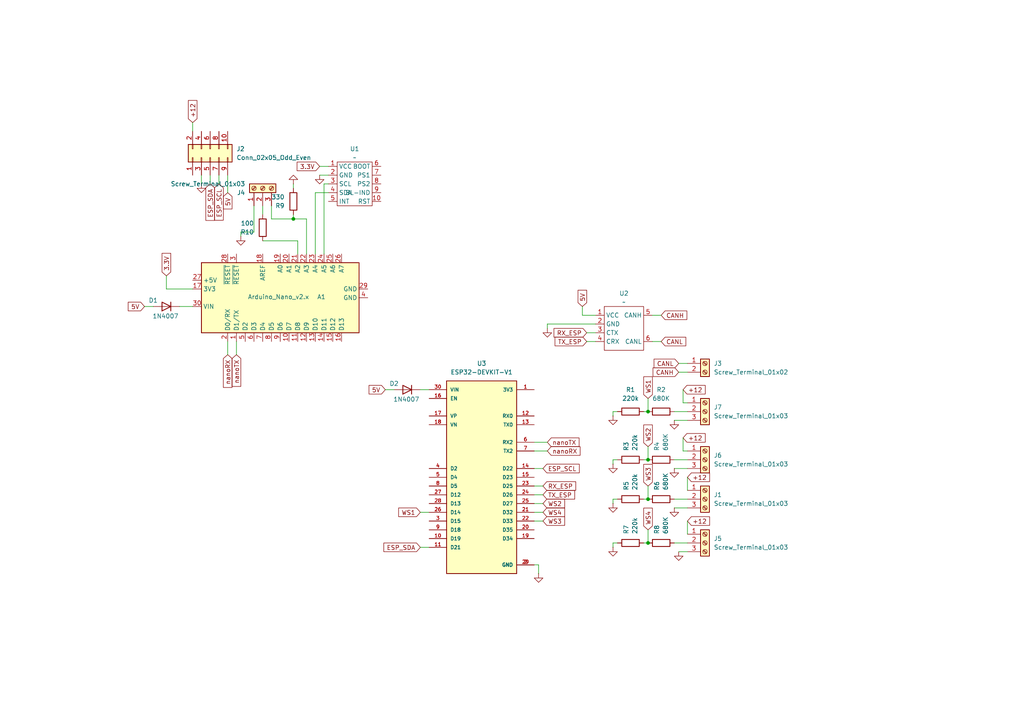
<source format=kicad_sch>
(kicad_sch (version 20231120) (generator "eeschema") (generator_version "8.0")
  (paper "A4")
  (lib_symbols
    (symbol "Connector:Screw_Terminal_01x02" (pin_names (offset 1.016) hide)
      (property "Reference" "J" (at 0 2.54 0))
      (property "Value" "Screw_Terminal_01x02" (at 0 -5.08 0))
      (symbol "Screw_Terminal_01x02_1_1"
        (rectangle (start -1.27 1.27) (end 1.27 -3.81) (stroke (width 0.254)) (fill (type background)))
        (circle (center 0 -2.54) (radius 0.635) (stroke (width 0.1524)))
        (polyline (pts (xy -0.5334 -2.2098) (xy 0.3302 -3.048)) (stroke (width 0.1524)))
        (polyline (pts (xy -0.5334 0.3302) (xy 0.3302 -0.508)) (stroke (width 0.1524)))
        (polyline (pts (xy -0.3556 -2.032) (xy 0.508 -2.8702)) (stroke (width 0.1524)))
        (polyline (pts (xy -0.3556 0.508) (xy 0.508 -0.3302)) (stroke (width 0.1524)))
        (circle (center 0 0) (radius 0.635) (stroke (width 0.1524)))
        (pin passive line (at -5.08 0 0) (length 3.81) (name "Pin_1") (number "1"))
        (pin passive line (at -5.08 -2.54 0) (length 3.81) (name "Pin_2") (number "2"))
      )
    )
    (symbol "Connector:Screw_Terminal_01x03" (pin_names (offset 1.016) hide)
      (property "Reference" "J" (at 0 5.08 0))
      (property "Value" "Screw_Terminal_01x03" (at 0 -5.08 0))
      (symbol "Screw_Terminal_01x03_1_1"
        (rectangle (start -1.27 3.81) (end 1.27 -3.81) (stroke (width 0.254)) (fill (type background)))
        (circle (center 0 -2.54) (radius 0.635) (stroke (width 0.1524)))
        (polyline (pts (xy -0.5334 -2.2098) (xy 0.3302 -3.048)) (stroke (width 0.1524)))
        (polyline (pts (xy -0.5334 0.3302) (xy 0.3302 -0.508)) (stroke (width 0.1524)))
        (polyline (pts (xy -0.5334 2.8702) (xy 0.3302 2.032)) (stroke (width 0.1524)))
        (polyline (pts (xy -0.3556 -2.032) (xy 0.508 -2.8702)) (stroke (width 0.1524)))
        (polyline (pts (xy -0.3556 0.508) (xy 0.508 -0.3302)) (stroke (width 0.1524)))
        (polyline (pts (xy -0.3556 3.048) (xy 0.508 2.2098)) (stroke (width 0.1524)))
        (circle (center 0 0) (radius 0.635) (stroke (width 0.1524)))
        (circle (center 0 2.54) (radius 0.635) (stroke (width 0.1524)))
        (pin passive line (at -5.08 2.54 0) (length 3.81) (name "Pin_1") (number "1"))
        (pin passive line (at -5.08 0 0) (length 3.81) (name "Pin_2") (number "2"))
        (pin passive line (at -5.08 -2.54 0) (length 3.81) (name "Pin_3") (number "3"))
      )
    )
    (symbol "Connector_Generic:Conn_02x05_Odd_Even" (pin_names (offset 1.016) hide)
      (property "Reference" "J" (at 1.27 7.62 0))
      (property "Value" "Conn_02x05_Odd_Even" (at 1.27 -7.62 0))
      (symbol "Conn_02x05_Odd_Even_1_1"
        (rectangle (start -1.27 -4.953) (end 0 -5.207) (stroke (width 0.1524)))
        (rectangle (start -1.27 -2.413) (end 0 -2.667) (stroke (width 0.1524)))
        (rectangle (start -1.27 0.127) (end 0 -0.127) (stroke (width 0.1524)))
        (rectangle (start -1.27 2.667) (end 0 2.413) (stroke (width 0.1524)))
        (rectangle (start -1.27 5.207) (end 0 4.953) (stroke (width 0.1524)))
        (rectangle (start -1.27 6.35) (end 3.81 -6.35) (stroke (width 0.254)) (fill (type background)))
        (rectangle (start 3.81 -4.953) (end 2.54 -5.207) (stroke (width 0.1524)))
        (rectangle (start 3.81 -2.413) (end 2.54 -2.667) (stroke (width 0.1524)))
        (rectangle (start 3.81 0.127) (end 2.54 -0.127) (stroke (width 0.1524)))
        (rectangle (start 3.81 2.667) (end 2.54 2.413) (stroke (width 0.1524)))
        (rectangle (start 3.81 5.207) (end 2.54 4.953) (stroke (width 0.1524)))
        (pin passive line (at -5.08 5.08 0) (length 3.81) (name "Pin_1") (number "1"))
        (pin passive line (at 7.62 -5.08 180) (length 3.81) (name "Pin_10") (number "10"))
        (pin passive line (at 7.62 5.08 180) (length 3.81) (name "Pin_2") (number "2"))
        (pin passive line (at -5.08 2.54 0) (length 3.81) (name "Pin_3") (number "3"))
        (pin passive line (at 7.62 2.54 180) (length 3.81) (name "Pin_4") (number "4"))
        (pin passive line (at -5.08 0 0) (length 3.81) (name "Pin_5") (number "5"))
        (pin passive line (at 7.62 0 180) (length 3.81) (name "Pin_6") (number "6"))
        (pin passive line (at -5.08 -2.54 0) (length 3.81) (name "Pin_7") (number "7"))
        (pin passive line (at 7.62 -2.54 180) (length 3.81) (name "Pin_8") (number "8"))
        (pin passive line (at -5.08 -5.08 0) (length 3.81) (name "Pin_9") (number "9"))
      )
    )
    (symbol "Device:R" (pin_numbers hide) (pin_names (offset 0))
      (property "Reference" "R" (at 2.032 0 90))
      (property "Value" "R" (at 0 0 90))
      (symbol "R_0_1"
        (rectangle (start -1.016 -2.54) (end 1.016 2.54) (stroke (width 0.254)))
      )
      (symbol "R_1_1"
        (pin passive line (at 0 3.81 270) (length 1.27) (name "~") (number "1"))
        (pin passive line (at 0 -3.81 90) (length 1.27) (name "~") (number "2"))
      )
    )
    (symbol "Diode:1N4007" (pin_numbers hide) (pin_names hide)
      (property "Reference" "D" (at 0 2.54 0))
      (property "Value" "1N4007" (at 0 -2.54 0))
      (symbol "1N4007_0_1"
        (polyline (pts (xy -1.27 1.27) (xy -1.27 -1.27)) (stroke (width 0.254)))
        (polyline (pts (xy 1.27 0) (xy -1.27 0)))
        (polyline (pts (xy 1.27 1.27) (xy 1.27 -1.27) (xy -1.27 0) (xy 1.27 1.27)) (stroke (width 0.254)))
      )
      (symbol "1N4007_1_1"
        (pin passive line (at -3.81 0 0) (length 2.54) (name "K") (number "1"))
        (pin passive line (at 3.81 0 180) (length 2.54) (name "A") (number "2"))
      )
    )
    (symbol "MCP2551 MODULE.pretty:mcp2551"
      (property "Reference" "U" (at 0 0 0))
      (symbol "mcp2551_0_1"
        (rectangle (start -6.35 -2.54) (end 5.08 -15.24))
      )
      (symbol "mcp2551_1_1"
        (pin input line (at -8.89 -5.08 0) (length 2.54) (name "VCC") (number "1"))
        (pin input line (at -8.89 -7.62 0) (length 2.54) (name "GND") (number "2"))
        (pin input line (at -8.89 -10.16 0) (length 2.54) (name "CTX") (number "3"))
        (pin input line (at -8.89 -12.7 0) (length 2.54) (name "CRX") (number "4"))
        (pin input line (at 7.62 -5.08 180) (length 2.54) (name "CANH") (number "5"))
        (pin input line (at 7.62 -12.7 180) (length 2.54) (name "CANL") (number "6"))
      )
    )
    (symbol "MCU_Module:Arduino_Nano_v2.x"
      (property "Reference" "A" (at -10.16 23.495 0))
      (property "Value" "Arduino_Nano_v2.x" (at 5.08 -24.13 0))
      (symbol "Arduino_Nano_v2.x_0_1"
        (rectangle (start -10.16 22.86) (end 10.16 -22.86) (stroke (width 0.254)) (fill (type background)))
      )
      (symbol "Arduino_Nano_v2.x_1_1"
        (pin bidirectional line (at -12.7 12.7 0) (length 2.54) (name "D1/TX") (number "1"))
        (pin bidirectional line (at -12.7 -2.54 0) (length 2.54) (name "D7") (number "10"))
        (pin bidirectional line (at -12.7 -5.08 0) (length 2.54) (name "D8") (number "11"))
        (pin bidirectional line (at -12.7 -7.62 0) (length 2.54) (name "D9") (number "12"))
        (pin bidirectional line (at -12.7 -10.16 0) (length 2.54) (name "D10") (number "13"))
        (pin bidirectional line (at -12.7 -12.7 0) (length 2.54) (name "D11") (number "14"))
        (pin bidirectional line (at -12.7 -15.24 0) (length 2.54) (name "D12") (number "15"))
        (pin bidirectional line (at -12.7 -17.78 0) (length 2.54) (name "D13") (number "16"))
        (pin power_out line (at 2.54 25.4 270) (length 2.54) (name "3V3") (number "17"))
        (pin input line (at 12.7 5.08 180) (length 2.54) (name "AREF") (number "18"))
        (pin bidirectional line (at 12.7 0 180) (length 2.54) (name "A0") (number "19"))
        (pin bidirectional line (at -12.7 15.24 0) (length 2.54) (name "D0/RX") (number "2"))
        (pin bidirectional line (at 12.7 -2.54 180) (length 2.54) (name "A1") (number "20"))
        (pin bidirectional line (at 12.7 -5.08 180) (length 2.54) (name "A2") (number "21"))
        (pin bidirectional line (at 12.7 -7.62 180) (length 2.54) (name "A3") (number "22"))
        (pin bidirectional line (at 12.7 -10.16 180) (length 2.54) (name "A4") (number "23"))
        (pin bidirectional line (at 12.7 -12.7 180) (length 2.54) (name "A5") (number "24"))
        (pin bidirectional line (at 12.7 -15.24 180) (length 2.54) (name "A6") (number "25"))
        (pin bidirectional line (at 12.7 -17.78 180) (length 2.54) (name "A7") (number "26"))
        (pin power_out line (at 5.08 25.4 270) (length 2.54) (name "+5V") (number "27"))
        (pin input line (at 12.7 15.24 180) (length 2.54) (name "~{RESET}") (number "28"))
        (pin power_in line (at 2.54 -25.4 90) (length 2.54) (name "GND") (number "29"))
        (pin input line (at 12.7 12.7 180) (length 2.54) (name "~{RESET}") (number "3"))
        (pin power_in line (at -2.54 25.4 270) (length 2.54) (name "VIN") (number "30"))
        (pin power_in line (at 0 -25.4 90) (length 2.54) (name "GND") (number "4"))
        (pin bidirectional line (at -12.7 10.16 0) (length 2.54) (name "D2") (number "5"))
        (pin bidirectional line (at -12.7 7.62 0) (length 2.54) (name "D3") (number "6"))
        (pin bidirectional line (at -12.7 5.08 0) (length 2.54) (name "D4") (number "7"))
        (pin bidirectional line (at -12.7 2.54 0) (length 2.54) (name "D5") (number "8"))
        (pin bidirectional line (at -12.7 0 0) (length 2.54) (name "D6") (number "9"))
      )
    )
    (symbol "bno055:bno055"
      (property "Reference" "U" (at 4.064 -1.016 0))
      (symbol "bno055_0_1"
        (rectangle (start -1.27 -2.54) (end 8.89 -15.24))
      )
      (symbol "bno055_1_1"
        (pin input line (at -3.81 -3.81 0) (length 2.54) (name "VCC") (number "1"))
        (pin input line (at 11.43 -13.97 180) (length 2.54) (name "RST") (number "10"))
        (pin input line (at -3.81 -6.35 0) (length 2.54) (name "GND") (number "2"))
        (pin input line (at -3.81 -8.89 0) (length 2.54) (name "SCL") (number "3"))
        (pin input line (at -3.81 -11.43 0) (length 2.54) (name "SDA") (number "4"))
        (pin input line (at -3.81 -13.97 0) (length 2.54) (name "INT") (number "5"))
        (pin input line (at 11.43 -3.81 180) (length 2.54) (name "BOOT") (number "6"))
        (pin input line (at 11.43 -6.35 180) (length 2.54) (name "PS1") (number "7"))
        (pin input line (at 11.43 -8.89 180) (length 2.54) (name "PS2") (number "8"))
        (pin input line (at 11.43 -11.43 180) (length 2.54) (name "BL-IND") (number "9"))
      )
    )
    (symbol "esp32:ESP32-DEVKIT-V1" (pin_names (offset 1.016))
      (property "Reference" "U" (at -10.16 30.48 0))
      (property "Value" "ESP32-DEVKIT-V1" (at -10.16 -30.48 0))
      (symbol "ESP32-DEVKIT-V1_0_0"
        (rectangle (start -10.16 -27.94) (end 10.16 27.94) (stroke (width 0.254)) (fill (type background)))
        (pin output line (at 15.24 25.4 180) (length 5.08) (name "3V3") (number "1"))
        (pin bidirectional line (at -15.24 -17.78 0) (length 5.08) (name "D19") (number "10"))
        (pin bidirectional line (at -15.24 -20.32 0) (length 5.08) (name "D21") (number "11"))
        (pin input line (at 15.24 17.78 180) (length 5.08) (name "RX0") (number "12"))
        (pin output line (at 15.24 15.24 180) (length 5.08) (name "TX0") (number "13"))
        (pin bidirectional line (at 15.24 2.54 180) (length 5.08) (name "D22") (number "14"))
        (pin bidirectional line (at 15.24 0 180) (length 5.08) (name "D23") (number "15"))
        (pin input line (at -15.24 22.86 0) (length 5.08) (name "EN") (number "16"))
        (pin bidirectional line (at -15.24 17.78 0) (length 5.08) (name "VP") (number "17"))
        (pin bidirectional line (at -15.24 15.24 0) (length 5.08) (name "VN") (number "18"))
        (pin bidirectional line (at 15.24 -17.78 180) (length 5.08) (name "D34") (number "19"))
        (pin power_in line (at 15.24 -25.4 180) (length 5.08) (name "GND") (number "2"))
        (pin bidirectional line (at 15.24 -15.24 180) (length 5.08) (name "D35") (number "20"))
        (pin bidirectional line (at 15.24 -10.16 180) (length 5.08) (name "D32") (number "21"))
        (pin bidirectional line (at 15.24 -12.7 180) (length 5.08) (name "D33") (number "22"))
        (pin bidirectional line (at 15.24 -2.54 180) (length 5.08) (name "D25") (number "23"))
        (pin bidirectional line (at 15.24 -5.08 180) (length 5.08) (name "D26") (number "24"))
        (pin bidirectional line (at 15.24 -7.62 180) (length 5.08) (name "D27") (number "25"))
        (pin bidirectional line (at -15.24 -10.16 0) (length 5.08) (name "D14") (number "26"))
        (pin bidirectional line (at -15.24 -5.08 0) (length 5.08) (name "D12") (number "27"))
        (pin bidirectional line (at -15.24 -7.62 0) (length 5.08) (name "D13") (number "28"))
        (pin power_in line (at 15.24 -25.4 180) (length 5.08) (name "GND") (number "29"))
        (pin bidirectional line (at -15.24 -12.7 0) (length 5.08) (name "D15") (number "3"))
        (pin input line (at -15.24 25.4 0) (length 5.08) (name "VIN") (number "30"))
        (pin bidirectional line (at -15.24 2.54 0) (length 5.08) (name "D2") (number "4"))
        (pin bidirectional line (at -15.24 0 0) (length 5.08) (name "D4") (number "5"))
        (pin input line (at 15.24 10.16 180) (length 5.08) (name "RX2") (number "6"))
        (pin output line (at 15.24 7.62 180) (length 5.08) (name "TX2") (number "7"))
        (pin bidirectional line (at -15.24 -2.54 0) (length 5.08) (name "D5") (number "8"))
        (pin bidirectional line (at -15.24 -15.24 0) (length 5.08) (name "D18") (number "9"))
      )
    )
    (symbol "power:GND" (power) (pin_numbers hide) (pin_names (offset 0) hide)
      (property "Value" "GND" (at 0 -3.81 0))
      (symbol "GND_0_1"
        (polyline (pts (xy 0 0) (xy 0 -1.27) (xy 1.27 -1.27) (xy 0 -2.54) (xy -1.27 -1.27) (xy 0 -1.27)))
      )
      (symbol "GND_1_1"
        (pin power_in line (at 0 0 270) (length 0) (name "~") (number "1"))
      )
    )
  )
  (junction (at 187.96 133.35))
  (junction (at 85.09 63.5))
  (junction (at 187.96 119.38))
  (junction (at 187.96 157.48))
  (junction (at 187.96 144.78))
  (wire (pts (xy 179.07 119.38) (xy 177.8 119.38)))
  (wire (pts (xy 198.12 116.84) (xy 199.39 116.84)))
  (wire (pts (xy 187.96 129.54) (xy 187.96 133.35)))
  (wire (pts (xy 158.75 93.98) (xy 158.75 95.25)))
  (wire (pts (xy 78.74 63.5) (xy 78.74 59.69)))
  (wire (pts (xy 88.9 63.5) (xy 88.9 73.66)))
  (wire (pts (xy 177.8 119.38) (xy 177.8 120.65)))
  (wire (pts (xy 195.58 121.92) (xy 199.39 121.92)))
  (wire (pts (xy 154.94 135.89) (xy 157.48 135.89)))
  (wire (pts (xy 85.09 63.5) (xy 88.9 63.5)))
  (wire (pts (xy 92.71 48.26) (xy 95.25 48.26)))
  (wire (pts (xy 48.26 83.82) (xy 55.88 83.82)))
  (wire (pts (xy 195.58 157.48) (xy 199.39 157.48)))
  (wire (pts (xy 199.39 151.13) (xy 199.39 154.94)))
  (wire (pts (xy 195.58 147.32) (xy 199.39 147.32)))
  (wire (pts (xy 60.96 50.8) (xy 60.96 53.34)))
  (wire (pts (xy 78.74 63.5) (xy 85.09 63.5)))
  (wire (pts (xy 73.66 67.31) (xy 69.85 67.31)))
  (wire (pts (xy 154.94 130.81) (xy 158.75 130.81)))
  (wire (pts (xy 76.2 69.85) (xy 86.36 69.85)))
  (wire (pts (xy 195.58 133.35) (xy 199.39 133.35)))
  (wire (pts (xy 63.5 50.8) (xy 63.5 53.34)))
  (wire (pts (xy 186.69 157.48) (xy 187.96 157.48)))
  (wire (pts (xy 85.09 63.5) (xy 85.09 62.23)))
  (wire (pts (xy 66.04 99.06) (xy 66.04 102.87)))
  (wire (pts (xy 154.94 163.83) (xy 156.21 163.83)))
  (wire (pts (xy 154.94 146.05) (xy 157.48 146.05)))
  (wire (pts (xy 187.96 115.57) (xy 187.96 119.38)))
  (wire (pts (xy 92.71 50.8) (xy 95.25 50.8)))
  (wire (pts (xy 58.42 50.8) (xy 58.42 53.34)))
  (wire (pts (xy 186.69 119.38) (xy 187.96 119.38)))
  (wire (pts (xy 91.44 55.88) (xy 91.44 73.66)))
  (wire (pts (xy 189.23 99.06) (xy 191.77 99.06)))
  (wire (pts (xy 85.09 54.61) (xy 85.09 53.34)))
  (wire (pts (xy 73.66 67.31) (xy 73.66 59.69)))
  (wire (pts (xy 168.91 91.44) (xy 168.91 88.9)))
  (wire (pts (xy 93.98 53.34) (xy 93.98 73.66)))
  (wire (pts (xy 179.07 144.78) (xy 177.8 144.78)))
  (wire (pts (xy 177.8 157.48) (xy 177.8 158.75)))
  (wire (pts (xy 196.85 105.41) (xy 199.39 105.41)))
  (wire (pts (xy 95.25 53.34) (xy 93.98 53.34)))
  (wire (pts (xy 179.07 133.35) (xy 177.8 133.35)))
  (wire (pts (xy 154.94 140.97) (xy 157.48 140.97)))
  (wire (pts (xy 187.96 153.67) (xy 187.96 157.48)))
  (wire (pts (xy 52.07 88.9) (xy 55.88 88.9)))
  (wire (pts (xy 48.26 80.01) (xy 48.26 83.82)))
  (wire (pts (xy 111.76 113.03) (xy 114.3 113.03)))
  (wire (pts (xy 66.04 50.8) (xy 66.04 55.88)))
  (wire (pts (xy 170.18 99.06) (xy 172.72 99.06)))
  (wire (pts (xy 172.72 93.98) (xy 158.75 93.98)))
  (wire (pts (xy 189.23 91.44) (xy 191.77 91.44)))
  (wire (pts (xy 198.12 127) (xy 198.12 130.81)))
  (wire (pts (xy 172.72 91.44) (xy 168.91 91.44)))
  (wire (pts (xy 121.92 158.75) (xy 124.46 158.75)))
  (wire (pts (xy 186.69 133.35) (xy 187.96 133.35)))
  (wire (pts (xy 195.58 135.89) (xy 199.39 135.89)))
  (wire (pts (xy 186.69 144.78) (xy 187.96 144.78)))
  (wire (pts (xy 170.18 96.52) (xy 172.72 96.52)))
  (wire (pts (xy 156.21 163.83) (xy 156.21 166.37)))
  (wire (pts (xy 68.58 99.06) (xy 68.58 102.87)))
  (wire (pts (xy 121.92 113.03) (xy 124.46 113.03)))
  (wire (pts (xy 198.12 130.81) (xy 199.39 130.81)))
  (wire (pts (xy 195.58 144.78) (xy 199.39 144.78)))
  (wire (pts (xy 154.94 151.13) (xy 157.48 151.13)))
  (wire (pts (xy 196.85 107.95) (xy 199.39 107.95)))
  (wire (pts (xy 177.8 133.35) (xy 177.8 134.62)))
  (wire (pts (xy 154.94 143.51) (xy 157.48 143.51)))
  (wire (pts (xy 121.92 148.59) (xy 124.46 148.59)))
  (wire (pts (xy 177.8 144.78) (xy 177.8 146.05)))
  (wire (pts (xy 41.91 88.9) (xy 44.45 88.9)))
  (wire (pts (xy 154.94 128.27) (xy 158.75 128.27)))
  (wire (pts (xy 198.12 113.03) (xy 198.12 116.84)))
  (wire (pts (xy 55.88 35.56) (xy 55.88 38.1)))
  (wire (pts (xy 196.85 160.02) (xy 199.39 160.02)))
  (wire (pts (xy 95.25 55.88) (xy 91.44 55.88)))
  (wire (pts (xy 187.96 140.97) (xy 187.96 144.78)))
  (wire (pts (xy 154.94 148.59) (xy 157.48 148.59)))
  (wire (pts (xy 76.2 62.23) (xy 76.2 59.69)))
  (wire (pts (xy 86.36 69.85) (xy 86.36 73.66)))
  (wire (pts (xy 195.58 119.38) (xy 199.39 119.38)))
  (wire (pts (xy 179.07 157.48) (xy 177.8 157.48)))
  (wire (pts (xy 69.85 67.31) (xy 69.85 68.58)))
  (wire (pts (xy 199.39 138.43) (xy 199.39 142.24)))
  (global_label "CANL" (shape input) (at 191.77 99.06 0) (property "Intersheetrefs" "${INTERSHEET_REFS}" (effects (hide yes))))
  (global_label "ESP_SDA" (shape input) (at 60.96 53.34 270) (property "Intersheetrefs" "${INTERSHEET_REFS}" (effects (hide yes))))
  (global_label "nanoTX" (shape input) (at 68.58 102.87 270) (property "Intersheetrefs" "${INTERSHEET_REFS}" (effects (hide yes))))
  (global_label "+12" (shape input) (at 199.39 138.43 0) (property "Intersheetrefs" "${INTERSHEET_REFS}" (effects (hide yes))))
  (global_label "WS3" (shape input) (at 187.96 140.97 90) (property "Intersheetrefs" "${INTERSHEET_REFS}" (effects (hide yes))))
  (global_label "WS2" (shape input) (at 157.48 146.05 0) (property "Intersheetrefs" "${INTERSHEET_REFS}" (effects (hide yes))))
  (global_label "WS2" (shape input) (at 187.96 129.54 90) (property "Intersheetrefs" "${INTERSHEET_REFS}" (effects (hide yes))))
  (global_label "CANH" (shape input) (at 196.85 107.95 180) (property "Intersheetrefs" "${INTERSHEET_REFS}" (effects (hide yes))))
  (global_label "CANL" (shape input) (at 196.85 105.41 180) (property "Intersheetrefs" "${INTERSHEET_REFS}" (effects (hide yes))))
  (global_label "+12" (shape input) (at 198.12 127 0) (property "Intersheetrefs" "${INTERSHEET_REFS}" (effects (hide yes))))
  (global_label "+12" (shape input) (at 198.12 113.03 0) (property "Intersheetrefs" "${INTERSHEET_REFS}" (effects (hide yes))))
  (global_label "CANH" (shape input) (at 191.77 91.44 0) (property "Intersheetrefs" "${INTERSHEET_REFS}" (effects (hide yes))))
  (global_label "TX_ESP" (shape input) (at 157.48 143.51 0) (property "Intersheetrefs" "${INTERSHEET_REFS}" (effects (hide yes))))
  (global_label "+12" (shape input) (at 199.39 151.13 0) (property "Intersheetrefs" "${INTERSHEET_REFS}" (effects (hide yes))))
  (global_label "5V" (shape input) (at 66.04 55.88 270) (property "Intersheetrefs" "${INTERSHEET_REFS}" (effects (hide yes))))
  (global_label "TX_ESP" (shape input) (at 170.18 99.06 180) (property "Intersheetrefs" "${INTERSHEET_REFS}" (effects (hide yes))))
  (global_label "3.3V" (shape input) (at 48.26 80.01 90) (property "Intersheetrefs" "${INTERSHEET_REFS}" (effects (hide yes))))
  (global_label "ESP_SDA" (shape input) (at 121.92 158.75 180) (property "Intersheetrefs" "${INTERSHEET_REFS}" (effects (hide yes))))
  (global_label "RX_ESP" (shape input) (at 170.18 96.52 180) (property "Intersheetrefs" "${INTERSHEET_REFS}" (effects (hide yes))))
  (global_label "WS3" (shape input) (at 157.48 151.13 0) (property "Intersheetrefs" "${INTERSHEET_REFS}" (effects (hide yes))))
  (global_label "ESP_SCL" (shape input) (at 63.5 53.34 270) (property "Intersheetrefs" "${INTERSHEET_REFS}" (effects (hide yes))))
  (global_label "RX_ESP" (shape input) (at 157.48 140.97 0) (property "Intersheetrefs" "${INTERSHEET_REFS}" (effects (hide yes))))
  (global_label "WS1" (shape input) (at 187.96 115.57 90) (property "Intersheetrefs" "${INTERSHEET_REFS}" (effects (hide yes))))
  (global_label "ESP_SCL" (shape input) (at 157.48 135.89 0) (property "Intersheetrefs" "${INTERSHEET_REFS}" (effects (hide yes))))
  (global_label "5V" (shape input) (at 111.76 113.03 180) (property "Intersheetrefs" "${INTERSHEET_REFS}" (effects (hide yes))))
  (global_label "5V" (shape input) (at 168.91 88.9 90) (property "Intersheetrefs" "${INTERSHEET_REFS}" (effects (hide yes))))
  (global_label "nanoRX" (shape input) (at 66.04 102.87 270) (property "Intersheetrefs" "${INTERSHEET_REFS}" (effects (hide yes))))
  (global_label "nanoRX" (shape input) (at 158.75 130.81 0) (property "Intersheetrefs" "${INTERSHEET_REFS}" (effects (hide yes))))
  (global_label "WS1" (shape input) (at 121.92 148.59 180) (property "Intersheetrefs" "${INTERSHEET_REFS}" (effects (hide yes))))
  (global_label "5V" (shape input) (at 41.91 88.9 180) (property "Intersheetrefs" "${INTERSHEET_REFS}" (effects (hide yes))))
  (global_label "WS4" (shape input) (at 187.96 153.67 90) (property "Intersheetrefs" "${INTERSHEET_REFS}" (effects (hide yes))))
  (global_label "3.3V" (shape input) (at 92.71 48.26 180) (property "Intersheetrefs" "${INTERSHEET_REFS}" (effects (hide yes))))
  (global_label "WS4" (shape input) (at 157.48 148.59 0) (property "Intersheetrefs" "${INTERSHEET_REFS}" (effects (hide yes))))
  (global_label "nanoTX" (shape input) (at 158.75 128.27 0) (property "Intersheetrefs" "${INTERSHEET_REFS}" (effects (hide yes))))
  (global_label "+12" (shape input) (at 55.88 35.56 90) (property "Intersheetrefs" "${INTERSHEET_REFS}" (effects (hide yes))))
  (symbol (lib_id "Device:R") (at 191.77 133.35 90) (unit 1)
    (property "Reference" "R4" (at 190.4999 130.81 0) (effects (justify left)))
    (property "Value" "680K" (at 193.0399 130.81 0) (effects (justify left)))
    (property "Footprint" "Resistor_THT:R_Axial_DIN0207_L6.3mm_D2.5mm_P7.62mm_Horizontal" (effects (hide yes)))
    (property "Description" "Resistor" (effects (hide yes)))
  )
  (symbol (lib_id "Connector_Generic:Conn_02x05_Odd_Even") (at 60.96 45.72 90) (unit 1)
    (property "Reference" "J2" (at 68.58 43.1799 90) (effects (justify right)))
    (property "Value" "Conn_02x05_Odd_Even" (at 68.58 45.7199 90) (effects (justify right)))
    (property "Footprint" "Connector_IDC:IDC-Header_2x05_P2.54mm_Vertical" (effects (hide yes)))
    (property "Description" "Generic connector, double row, 02x05, odd/even pin numbering scheme (row 1 odd numbers, row 2 even numbers), script generated (kicad-library-utils/schlib/autogen/connector/)" (effects (hide yes)))
  )
  (symbol (lib_id "Diode:1N4007") (at 48.26 88.9 180) (unit 1)
    (property "Reference" "D1" (at 44.45 87.122 0))
    (property "Value" "1N4007" (at 48.006 91.694 0))
    (property "Footprint" "Diode_THT:D_DO-41_SOD81_P7.62mm_Horizontal" (effects (hide yes)))
    (property "Datasheet" "http://www.vishay.com/docs/88503/1n4001.pdf" (effects (hide yes)))
    (property "Description" "1000V 1A General Purpose Rectifier Diode, DO-41" (effects (hide yes)))
    (property "Sim.Device" "D" (effects (hide yes)))
    (property "Sim.Pins" "1=K 2=A" (effects (hide yes)))
  )
  (symbol (lib_id "Device:R") (at 191.77 119.38 90) (unit 1)
    (property "Reference" "R2" (at 191.77 113.03 90))
    (property "Value" "680K" (at 191.77 115.57 90))
    (property "Footprint" "Resistor_THT:R_Axial_DIN0207_L6.3mm_D2.5mm_P7.62mm_Horizontal" (effects (hide yes)))
    (property "Description" "Resistor" (effects (hide yes)))
  )
  (symbol (lib_id "power:GND") (at 177.8 146.05 0) (unit 1)
    (property "Reference" "#PWR010" (effects (hide yes)))
    (property "Value" "GND" (effects (hide yes)))
    (property "Description" "Power symbol creates a global label with name \"GND\" , ground" (effects (hide yes)))
  )
  (symbol (lib_id "power:GND") (at 195.58 147.32 0) (unit 1)
    (property "Reference" "#PWR011" (effects (hide yes)))
    (property "Value" "GND" (effects (hide yes)))
    (property "Description" "Power symbol creates a global label with name \"GND\" , ground" (effects (hide yes)))
  )
  (symbol (lib_id "power:GND") (at 156.21 166.37 0) (unit 1)
    (property "Reference" "#PWR05" (effects (hide yes)))
    (property "Value" "GND" (effects (hide yes)))
    (property "Description" "Power symbol creates a global label with name \"GND\" , ground" (effects (hide yes)))
  )
  (symbol (lib_id "Connector:Screw_Terminal_01x03") (at 204.47 133.35 0) (unit 1)
    (property "Reference" "J6" (at 207.01 132.0799 0) (effects (justify left)))
    (property "Value" "Screw_Terminal_01x03" (at 207.01 134.6199 0) (effects (justify left)))
    (property "Footprint" "TerminalBlock_Phoenix:TerminalBlock_Phoenix_MKDS-3-3-5.08_1x03_P5.08mm_Horizontal" (effects (hide yes)))
    (property "Description" "Generic screw terminal, single row, 01x03, script generated (kicad-library-utils/schlib/autogen/connector/)" (effects (hide yes)))
  )
  (symbol (lib_id "power:GND") (at 92.71 50.8 0) (unit 1)
    (property "Reference" "#PWR02" (effects (hide yes)))
    (property "Value" "GND" (effects (hide yes)))
    (property "Description" "Power symbol creates a global label with name \"GND\" , ground" (effects (hide yes)))
  )
  (symbol (lib_id "Device:R") (at 182.88 119.38 90) (unit 1)
    (property "Reference" "R1" (at 182.88 113.03 90))
    (property "Value" "220k" (at 182.88 115.57 90))
    (property "Footprint" "Resistor_THT:R_Axial_DIN0207_L6.3mm_D2.5mm_P7.62mm_Horizontal" (effects (hide yes)))
    (property "Description" "Resistor" (effects (hide yes)))
  )
  (symbol (lib_id "Device:R") (at 182.88 133.35 90) (unit 1)
    (property "Reference" "R3" (at 181.6099 130.81 0) (effects (justify left)))
    (property "Value" "220k" (at 184.1499 130.81 0) (effects (justify left)))
    (property "Footprint" "Resistor_THT:R_Axial_DIN0207_L6.3mm_D2.5mm_P7.62mm_Horizontal" (effects (hide yes)))
    (property "Description" "Resistor" (effects (hide yes)))
  )
  (symbol (lib_id "Connector:Screw_Terminal_01x03") (at 204.47 144.78 0) (unit 1)
    (property "Reference" "J1" (at 207.01 143.5099 0) (effects (justify left)))
    (property "Value" "Screw_Terminal_01x03" (at 207.01 146.0499 0) (effects (justify left)))
    (property "Footprint" "TerminalBlock_Phoenix:TerminalBlock_Phoenix_MKDS-3-3-5.08_1x03_P5.08mm_Horizontal" (effects (hide yes)))
    (property "Description" "Generic screw terminal, single row, 01x03, script generated (kicad-library-utils/schlib/autogen/connector/)" (effects (hide yes)))
  )
  (symbol (lib_id "Device:R") (at 182.88 157.48 90) (unit 1)
    (property "Reference" "R7" (at 181.6099 154.94 0) (effects (justify left)))
    (property "Value" "220k" (at 184.1499 154.94 0) (effects (justify left)))
    (property "Footprint" "Resistor_THT:R_Axial_DIN0207_L6.3mm_D2.5mm_P7.62mm_Horizontal" (effects (hide yes)))
    (property "Description" "Resistor" (effects (hide yes)))
  )
  (symbol (lib_id "Diode:1N4007") (at 118.11 113.03 180) (unit 1)
    (property "Reference" "D2" (at 114.3 111.252 0))
    (property "Value" "1N4007" (at 117.856 115.824 0))
    (property "Footprint" "Diode_THT:D_DO-41_SOD81_P7.62mm_Horizontal" (effects (hide yes)))
    (property "Datasheet" "http://www.vishay.com/docs/88503/1n4001.pdf" (effects (hide yes)))
    (property "Description" "1000V 1A General Purpose Rectifier Diode, DO-41" (effects (hide yes)))
    (property "Sim.Device" "D" (effects (hide yes)))
    (property "Sim.Pins" "1=K 2=A" (effects (hide yes)))
  )
  (symbol (lib_id "Device:R") (at 191.77 157.48 90) (unit 1)
    (property "Reference" "R8" (at 190.4999 154.94 0) (effects (justify left)))
    (property "Value" "680K" (at 193.0399 154.94 0) (effects (justify left)))
    (property "Footprint" "Resistor_THT:R_Axial_DIN0207_L6.3mm_D2.5mm_P7.62mm_Horizontal" (effects (hide yes)))
    (property "Description" "Resistor" (effects (hide yes)))
  )
  (symbol (lib_id "power:GND") (at 158.75 95.25 0) (unit 1)
    (property "Reference" "#PWR01" (effects (hide yes)))
    (property "Value" "GND" (effects (hide yes)))
    (property "Description" "Power symbol creates a global label with name \"GND\" , ground" (effects (hide yes)))
  )
  (symbol (lib_id "Device:R") (at 191.77 144.78 90) (unit 1)
    (property "Reference" "R6" (at 190.4999 142.24 0) (effects (justify left)))
    (property "Value" "680K" (at 193.0399 142.24 0) (effects (justify left)))
    (property "Footprint" "Resistor_THT:R_Axial_DIN0207_L6.3mm_D2.5mm_P7.62mm_Horizontal" (effects (hide yes)))
    (property "Description" "Resistor" (effects (hide yes)))
  )
  (symbol (lib_id "Device:R") (at 76.2 66.04 0) (unit 1)
    (property "Reference" "R10" (at 73.66 67.3101 0) (effects (justify right)))
    (property "Value" "100" (at 73.66 64.7701 0) (effects (justify right)))
    (property "Footprint" "Resistor_THT:R_Axial_DIN0207_L6.3mm_D2.5mm_P7.62mm_Horizontal" (effects (hide yes)))
    (property "Description" "Resistor" (effects (hide yes)))
  )
  (symbol (lib_id "MCP2551 MODULE.pretty:mcp2551") (at 181.61 86.36 0) (unit 1)
    (property "Reference" "U2" (at 180.975 85.09 0))
    (property "Value" "~" (at 180.975 87.63 0))
    (property "Footprint" "MCP2551:MCP2551" (effects (hide yes)))
  )
  (symbol (lib_id "bno055:bno055") (at 99.06 44.45 0) (unit 1)
    (property "Reference" "U1" (at 102.87 43.18 0))
    (property "Value" "~" (at 102.87 45.72 0))
    (property "Footprint" "bno055:BNO055" (effects (hide yes)))
  )
  (symbol (lib_id "Device:R") (at 182.88 144.78 90) (unit 1)
    (property "Reference" "R5" (at 181.6099 142.24 0) (effects (justify left)))
    (property "Value" "220k" (at 184.1499 142.24 0) (effects (justify left)))
    (property "Footprint" "Resistor_THT:R_Axial_DIN0207_L6.3mm_D2.5mm_P7.62mm_Horizontal" (effects (hide yes)))
    (property "Description" "Resistor" (effects (hide yes)))
  )
  (symbol (lib_id "power:GND") (at 85.09 53.34 180) (unit 1)
    (property "Reference" "#PWR014" (effects (hide yes)))
    (property "Value" "GND" (effects (hide yes)))
    (property "Description" "Power symbol creates a global label with name \"GND\" , ground" (effects (hide yes)))
  )
  (symbol (lib_id "power:GND") (at 69.85 68.58 0) (mirror y) (unit 1)
    (property "Reference" "#PWR03" (effects (hide yes)))
    (property "Value" "GND" (effects (hide yes)))
    (property "Description" "Power symbol creates a global label with name \"GND\" , ground" (effects (hide yes)))
  )
  (symbol (lib_id "Connector:Screw_Terminal_01x03") (at 204.47 157.48 0) (unit 1)
    (property "Reference" "J5" (at 207.01 156.2099 0) (effects (justify left)))
    (property "Value" "Screw_Terminal_01x03" (at 207.01 158.7499 0) (effects (justify left)))
    (property "Footprint" "TerminalBlock_Phoenix:TerminalBlock_Phoenix_MKDS-3-3-5.08_1x03_P5.08mm_Horizontal" (effects (hide yes)))
    (property "Description" "Generic screw terminal, single row, 01x03, script generated (kicad-library-utils/schlib/autogen/connector/)" (effects (hide yes)))
  )
  (symbol (lib_id "power:GND") (at 177.8 134.62 0) (unit 1)
    (property "Reference" "#PWR08" (effects (hide yes)))
    (property "Value" "GND" (effects (hide yes)))
    (property "Description" "Power symbol creates a global label with name \"GND\" , ground" (effects (hide yes)))
  )
  (symbol (lib_id "power:GND") (at 195.58 121.92 0) (unit 1)
    (property "Reference" "#PWR07" (effects (hide yes)))
    (property "Value" "GND" (effects (hide yes)))
    (property "Description" "Power symbol creates a global label with name \"GND\" , ground" (effects (hide yes)))
  )
  (symbol (lib_id "power:GND") (at 196.85 160.02 0) (unit 1)
    (property "Reference" "#PWR013" (effects (hide yes)))
    (property "Value" "GND" (effects (hide yes)))
    (property "Description" "Power symbol creates a global label with name \"GND\" , ground" (effects (hide yes)))
  )
  (symbol (lib_id "Device:R") (at 85.09 58.42 0) (unit 1)
    (property "Reference" "R9" (at 82.55 59.6901 0) (effects (justify right)))
    (property "Value" "330" (at 82.55 57.1501 0) (effects (justify right)))
    (property "Footprint" "Resistor_THT:R_Axial_DIN0207_L6.3mm_D2.5mm_P7.62mm_Horizontal" (effects (hide yes)))
    (property "Description" "Resistor" (effects (hide yes)))
  )
  (symbol (lib_id "power:GND") (at 177.8 120.65 0) (unit 1)
    (property "Reference" "#PWR06" (effects (hide yes)))
    (property "Value" "GND" (effects (hide yes)))
    (property "Description" "Power symbol creates a global label with name \"GND\" , ground" (effects (hide yes)))
  )
  (symbol (lib_id "power:GND") (at 177.8 158.75 0) (unit 1)
    (property "Reference" "#PWR012" (effects (hide yes)))
    (property "Value" "GND" (effects (hide yes)))
    (property "Description" "Power symbol creates a global label with name \"GND\" , ground" (effects (hide yes)))
  )
  (symbol (lib_id "MCU_Module:Arduino_Nano_v2.x") (at 81.28 86.36 90) (unit 1)
    (property "Reference" "A1" (at 93.218 86.106 90))
    (property "Value" "Arduino_Nano_v2.x" (at 80.772 86.106 90))
    (property "Footprint" "Module:Arduino_Nano" (effects (hide yes)))
    (property "Datasheet" "https://www.arduino.cc/en/uploads/Main/ArduinoNanoManual23.pdf" (effects (hide yes)))
    (property "Description" "Arduino Nano v2.x" (effects (hide yes)))
  )
  (symbol (lib_id "power:GND") (at 195.58 135.89 0) (unit 1)
    (property "Reference" "#PWR09" (effects (hide yes)))
    (property "Value" "GND" (effects (hide yes)))
    (property "Description" "Power symbol creates a global label with name \"GND\" , ground" (effects (hide yes)))
  )
  (symbol (lib_id "Connector:Screw_Terminal_01x03") (at 76.2 54.61 90) (unit 1)
    (property "Reference" "J4" (at 71.12 55.8801 90) (effects (justify left)))
    (property "Value" "Screw_Terminal_01x03" (at 71.12 53.3401 90) (effects (justify left)))
    (property "Footprint" "TerminalBlock_Phoenix:TerminalBlock_Phoenix_MKDS-1,5-3-5.08_1x03_P5.08mm_Horizontal" (effects (hide yes)))
    (property "Description" "Generic screw terminal, single row, 01x03, script generated (kicad-library-utils/schlib/autogen/connector/)" (effects (hide yes)))
  )
  (symbol (lib_id "esp32:ESP32-DEVKIT-V1") (at 139.7 138.43 0) (unit 1)
    (property "Reference" "U3" (at 139.7 105.41 0))
    (property "Value" "ESP32-DEVKIT-V1" (at 139.7 107.95 0))
    (property "Footprint" "esp32dev:MODULE_ESP32_DEVKIT_V1" (effects (hide yes)))
    (property "MF" "Do it" (effects (hide yes)))
    (property "MAXIMUM_PACKAGE_HEIGHT" "6.8 mm" (effects (hide yes)))
    (property "Package" "None" (effects (hide yes)))
    (property "Price" "None" (effects (hide yes)))
    (property "Check_prices" "https://www.snapeda.com/parts/ESP32-DEVKIT-V1/Do+it/view-part/?ref=eda" (effects (hide yes)))
    (property "STANDARD" "Manufacturer Recommendations" (effects (hide yes)))
    (property "PARTREV" "N/A" (effects (hide yes)))
    (property "SnapEDA_Link" "https://www.snapeda.com/parts/ESP32-DEVKIT-V1/Do+it/view-part/?ref=snap" (effects (hide yes)))
    (property "MP" "ESP32-DEVKIT-V1" (effects (hide yes)))
    (property "Description_1" "\n                        \n                            Dual core, Wi-Fi: 2.4 GHz up to 150 Mbits/s,BLE (Bluetooth Low Energy) and legacy Bluetooth, 32 bits, Up to 240 MHz\n                        \n" (effects (hide yes)))
    (property "Availability" "Not in stock" (effects (hide yes)))
    (property "MANUFACTURER" "DOIT" (effects (hide yes)))
  )
  (symbol (lib_id "Connector:Screw_Terminal_01x03") (at 204.47 119.38 0) (unit 1)
    (property "Reference" "J7" (at 207.01 118.1099 0) (effects (justify left)))
    (property "Value" "Screw_Terminal_01x03" (at 207.01 120.6499 0) (effects (justify left)))
    (property "Footprint" "TerminalBlock_Phoenix:TerminalBlock_Phoenix_MKDS-3-3-5.08_1x03_P5.08mm_Horizontal" (effects (hide yes)))
    (property "Description" "Generic screw terminal, single row, 01x03, script generated (kicad-library-utils/schlib/autogen/connector/)" (effects (hide yes)))
  )
  (symbol (lib_id "power:GND") (at 58.42 53.34 0) (unit 1)
    (property "Reference" "#PWR04" (effects (hide yes)))
    (property "Value" "GND" (effects (hide yes)))
    (property "Description" "Power symbol creates a global label with name \"GND\" , ground" (effects (hide yes)))
  )
  (symbol (lib_id "Connector:Screw_Terminal_01x02") (at 204.47 105.41 0) (unit 1)
    (property "Reference" "J3" (at 207.01 105.4099 0) (effects (justify left)))
    (property "Value" "Screw_Terminal_01x02" (at 207.01 107.9499 0) (effects (justify left)))
    (property "Footprint" "TerminalBlock_Phoenix:TerminalBlock_Phoenix_MKDS-1,5-2-5.08_1x02_P5.08mm_Horizontal" (effects (hide yes)))
    (property "Description" "Generic screw terminal, single row, 01x02, script generated (kicad-library-utils/schlib/autogen/connector/)" (effects (hide yes)))
  )
)
</source>
